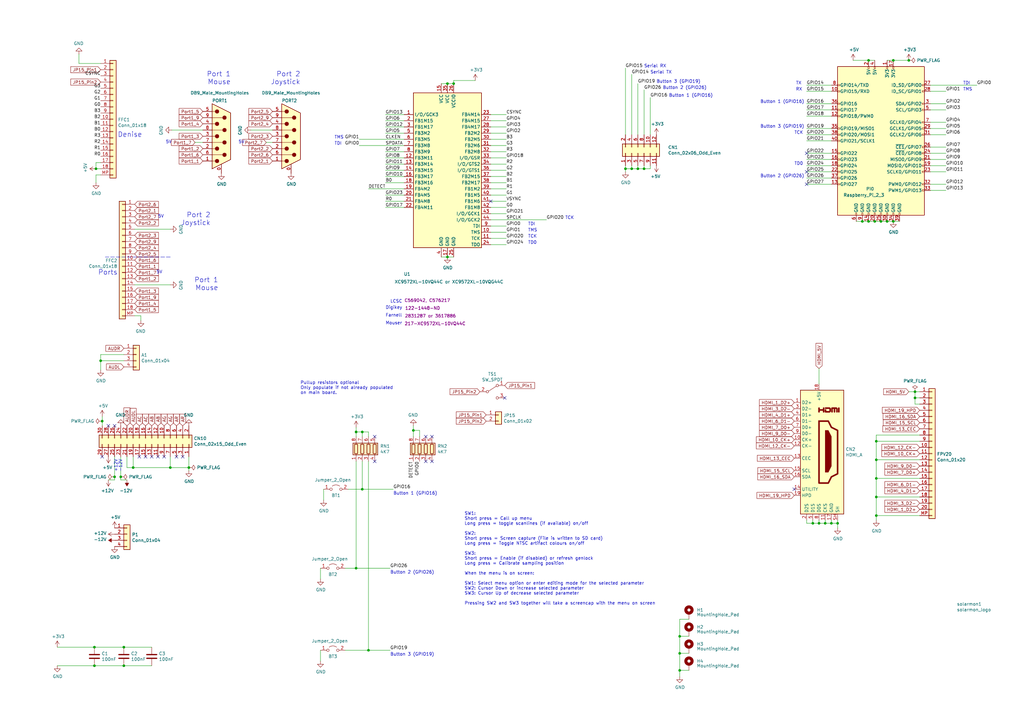
<source format=kicad_sch>
(kicad_sch (version 20211123) (generator eeschema)
  (paper "A3")
  (title_block (title "RGbtoHDMI CDTV v2") (date "2022-03-08") (rev "1"))
  (junction (at 69.85 191.77))
  (junction (at 359.41 203.835))
  (junction (at 146.05 233.045))
  (junction (at 343.535 214.63))
  (junction (at 366.395 24.765))
  (junction (at 340.995 214.63))
  (junction (at 186.055 34.29))
  (junction (at 259.08 69.215))
  (junction (at 366.395 90.805))
  (junction (at 54.61 191.77))
  (junction (at 264.16 69.215))
  (junction (at 261.62 69.215))
  (junction (at 46.99 195.58))
  (junction (at 333.375 214.63))
  (junction (at 356.235 24.765))
  (junction (at 256.54 69.215))
  (junction (at 146.05 177.165))
  (junction (at 375.285 160.655))
  (junction (at 77.47 191.77))
  (junction (at 278.765 274.955))
  (junction (at 41.275 147.955))
  (junction (at 372.745 24.765))
  (junction (at 38.735 265.43))
  (junction (at 375.285 163.195))
  (junction (at 39.37 69.215))
  (junction (at 38.735 273.05))
  (junction (at 50.8 265.43))
  (junction (at 358.775 90.805))
  (junction (at 151.13 266.7))
  (junction (at 183.515 34.29))
  (junction (at 50.8 273.05))
  (junction (at 148.59 177.165))
  (junction (at 278.765 267.97))
  (junction (at 359.41 211.455))
  (junction (at 338.455 214.63))
  (junction (at 359.41 180.975))
  (junction (at 169.545 176.53))
  (junction (at 353.695 90.805))
  (junction (at 183.515 105.41))
  (junction (at 41.91 172.72))
  (junction (at 278.765 260.985))
  (junction (at 363.855 90.805))
  (junction (at 335.915 214.63))
  (junction (at 359.41 196.215))
  (junction (at 361.315 90.805))
  (junction (at 49.53 195.58))
  (junction (at 148.59 200.66))
  (junction (at 356.235 90.805))
  (junction (at 359.41 188.595))
  (no_connect (at 153.67 189.23))
  (no_connect (at 177.165 179.07))
  (no_connect (at 46.99 174.625))
  (no_connect (at 207.01 163.195))
  (no_connect (at 177.165 189.23))
  (no_connect (at 330.835 75.565))
  (no_connect (at 72.39 187.325))
  (no_connect (at 153.67 179.07))
  (no_connect (at 41.91 187.325))
  (no_connect (at 74.93 187.325))
  (no_connect (at 64.77 187.325))
  (no_connect (at 325.755 200.66))
  (no_connect (at 330.835 62.865))
  (no_connect (at 330.835 70.485))
  (no_connect (at 59.69 187.325))
  (no_connect (at 57.15 187.325))
  (no_connect (at 174.625 179.07))
  (no_connect (at 67.31 187.325))
  (no_connect (at 62.23 187.325))
  (no_connect (at 201.295 82.55))
  (no_connect (at 174.625 189.23))
  (no_connect (at 44.45 174.625))
  (wire (pts (xy 387.985 65.405) (xy 381.635 65.405)))
  (wire (pts (xy 375.285 163.195) (xy 375.285 160.655)))
  (wire (pts (xy 207.645 67.31) (xy 201.295 67.31)))
  (wire (pts (xy 377.19 163.195) (xy 375.285 163.195)))
  (wire (pts (xy 343.535 214.63) (xy 343.535 216.535)))
  (wire (pts (xy 333.375 214.63) (xy 335.915 214.63)))
  (wire (pts (xy 358.775 90.805) (xy 361.315 90.805)))
  (wire (pts (xy 351.155 90.805) (xy 353.695 90.805)))
  (wire (pts (xy 330.835 52.705) (xy 340.995 52.705)))
  (wire (pts (xy 141.605 233.045) (xy 146.05 233.045)))
  (wire (pts (xy 387.985 60.325) (xy 381.635 60.325)))
  (wire (pts (xy 330.835 37.465) (xy 340.995 37.465)))
  (wire (pts (xy 366.395 90.805) (xy 368.935 90.805)))
  (wire (pts (xy 278.765 267.97) (xy 278.765 274.955)))
  (wire (pts (xy 207.645 80.01) (xy 201.295 80.01)))
  (wire (pts (xy 330.835 214.63) (xy 333.375 214.63)))
  (wire (pts (xy 55.245 93.98) (xy 69.85 93.98)))
  (wire (pts (xy 330.835 34.925) (xy 340.995 34.925)))
  (wire (pts (xy 41.275 71.755) (xy 39.37 71.755)))
  (wire (pts (xy 387.985 52.705) (xy 381.635 52.705)))
  (wire (pts (xy 207.645 82.55) (xy 201.295 82.55)))
  (wire (pts (xy 381.635 62.865) (xy 387.985 62.865)))
  (wire (pts (xy 366.395 24.765) (xy 363.855 24.765)))
  (wire (pts (xy 49.53 195.58) (xy 49.53 196.85)))
  (wire (pts (xy 207.645 97.79) (xy 201.295 97.79)))
  (wire (pts (xy 70.485 53.34) (xy 83.185 53.34)))
  (wire (pts (xy 148.59 200.66) (xy 161.29 200.66)))
  (wire (pts (xy 264.16 36.83) (xy 264.16 55.245)))
  (wire (pts (xy 41.275 26.035) (xy 32.385 26.035)))
  (wire (pts (xy 359.41 178.435) (xy 359.41 180.975)))
  (wire (pts (xy 207.645 95.25) (xy 201.295 95.25)))
  (wire (pts (xy 50.8 147.955) (xy 41.275 147.955)))
  (wire (pts (xy 259.08 67.945) (xy 259.08 69.215)))
  (wire (pts (xy 141.605 266.7) (xy 151.13 266.7)))
  (wire (pts (xy 207.645 74.93) (xy 201.295 74.93)))
  (wire (pts (xy 375.285 165.735) (xy 375.285 163.195)))
  (wire (pts (xy 372.745 24.765) (xy 366.395 24.765)))
  (wire (pts (xy 39.37 66.675) (xy 39.37 69.215)))
  (wire (pts (xy 266.7 40.005) (xy 266.7 55.245)))
  (wire (pts (xy 39.37 71.755) (xy 39.37 74.93)))
  (wire (pts (xy 359.41 188.595) (xy 359.41 196.215)))
  (wire (pts (xy 41.91 172.72) (xy 41.91 174.625)))
  (wire (pts (xy 381.635 50.165) (xy 387.985 50.165)))
  (wire (pts (xy 151.13 177.165) (xy 148.59 177.165)))
  (wire (pts (xy 169.545 174.625) (xy 169.545 176.53)))
  (wire (pts (xy 146.05 233.045) (xy 160.02 233.045)))
  (wire (pts (xy 387.985 45.085) (xy 381.635 45.085)))
  (wire (pts (xy 259.08 69.215) (xy 261.62 69.215)))
  (wire (pts (xy 381.635 75.565) (xy 387.985 75.565)))
  (wire (pts (xy 330.835 213.36) (xy 330.835 214.63)))
  (wire (pts (xy 282.575 267.97) (xy 278.765 267.97)))
  (wire (pts (xy 52.07 191.77) (xy 54.61 191.77)))
  (wire (pts (xy 335.915 213.36) (xy 335.915 214.63)))
  (wire (pts (xy 207.645 69.85) (xy 201.295 69.85)))
  (wire (pts (xy 381.635 42.545) (xy 387.985 42.545)))
  (wire (pts (xy 359.41 203.835) (xy 359.41 211.455)))
  (wire (pts (xy 340.995 214.63) (xy 343.535 214.63)))
  (wire (pts (xy 50.8 273.05) (xy 38.735 273.05)))
  (wire (pts (xy 278.765 274.955) (xy 278.765 277.495)))
  (wire (pts (xy 186.055 33.02) (xy 186.055 34.29)))
  (wire (pts (xy 338.455 213.36) (xy 338.455 214.63)))
  (wire (pts (xy 330.835 65.405) (xy 340.995 65.405)))
  (wire (pts (xy 50.8 145.415) (xy 41.275 145.415)))
  (wire (pts (xy 158.115 72.39) (xy 165.735 72.39)))
  (wire (pts (xy 335.915 157.48) (xy 335.915 151.13)))
  (wire (pts (xy 343.535 213.36) (xy 343.535 214.63)))
  (wire (pts (xy 278.765 260.985) (xy 278.765 267.97)))
  (wire (pts (xy 261.62 55.245) (xy 261.62 34.29)))
  (wire (pts (xy 131.445 233.045) (xy 131.445 237.49)))
  (wire (pts (xy 381.635 67.945) (xy 387.985 67.945)))
  (wire (pts (xy 158.115 46.99) (xy 165.735 46.99)))
  (wire (pts (xy 158.115 54.61) (xy 165.735 54.61)))
  (wire (pts (xy 377.19 160.655) (xy 375.285 160.655)))
  (wire (pts (xy 381.635 34.925) (xy 400.685 34.925)))
  (wire (pts (xy 207.645 52.07) (xy 201.295 52.07)))
  (wire (pts (xy 377.19 203.835) (xy 359.41 203.835)))
  (wire (pts (xy 282.575 260.985) (xy 278.765 260.985)))
  (wire (pts (xy 46.99 196.85) (xy 44.45 196.85)))
  (wire (pts (xy 109.22 58.42) (xy 111.76 58.42)))
  (wire (pts (xy 256.54 69.215) (xy 256.54 70.485)))
  (wire (pts (xy 207.645 100.33) (xy 201.295 100.33)))
  (wire (pts (xy 359.41 196.215) (xy 359.41 203.835)))
  (wire (pts (xy 363.855 90.805) (xy 366.395 90.805)))
  (wire (pts (xy 381.635 55.245) (xy 387.985 55.245)))
  (wire (pts (xy 377.19 180.975) (xy 359.41 180.975)))
  (wire (pts (xy 207.645 64.77) (xy 201.295 64.77)))
  (wire (pts (xy 169.545 176.53) (xy 169.545 179.07)))
  (wire (pts (xy 377.19 188.595) (xy 359.41 188.595)))
  (wire (pts (xy 207.645 85.09) (xy 201.295 85.09)))
  (wire (pts (xy 77.47 187.325) (xy 77.47 191.77)))
  (wire (pts (xy 207.645 92.71) (xy 201.295 92.71)))
  (wire (pts (xy 256.54 55.245) (xy 256.54 27.94)))
  (wire (pts (xy 55.245 116.84) (xy 69.85 116.84)))
  (wire (pts (xy 158.115 80.01) (xy 165.735 80.01)))
  (wire (pts (xy 330.835 62.865) (xy 340.995 62.865)))
  (wire (pts (xy 259.08 55.245) (xy 259.08 30.48)))
  (wire (pts (xy 151.13 266.7) (xy 160.02 266.7)))
  (wire (pts (xy 41.275 69.215) (xy 39.37 69.215)))
  (wire (pts (xy 54.61 191.77) (xy 69.85 191.77)))
  (wire (pts (xy 361.315 90.805) (xy 363.855 90.805)))
  (wire (pts (xy 278.765 254) (xy 278.765 260.985)))
  (wire (pts (xy 183.515 105.41) (xy 180.975 105.41)))
  (wire (pts (xy 147.32 57.15) (xy 165.735 57.15)))
  (wire (pts (xy 194.945 33.02) (xy 186.055 33.02)))
  (wire (pts (xy 266.7 69.215) (xy 264.16 69.215)))
  (wire (pts (xy 102.87 53.34) (xy 111.76 53.34)))
  (wire (pts (xy 282.575 254) (xy 278.765 254)))
  (wire (pts (xy 264.16 67.945) (xy 264.16 69.215)))
  (wire (pts (xy 207.645 59.69) (xy 201.295 59.69)))
  (wire (pts (xy 183.515 34.29) (xy 180.975 34.29)))
  (wire (pts (xy 282.575 274.955) (xy 278.765 274.955)))
  (wire (pts (xy 387.985 37.465) (xy 381.635 37.465)))
  (wire (pts (xy 146.05 189.23) (xy 146.05 233.045)))
  (wire (pts (xy 340.995 67.945) (xy 330.835 67.945)))
  (wire (pts (xy 207.645 87.63) (xy 201.295 87.63)))
  (wire (pts (xy 41.275 66.675) (xy 39.37 66.675)))
  (wire (pts (xy 52.07 187.325) (xy 52.07 191.77)))
  (wire (pts (xy 41.275 147.955) (xy 41.275 151.765)))
  (wire (pts (xy 77.47 191.77) (xy 77.47 193.04)))
  (wire (pts (xy 158.115 82.55) (xy 165.735 82.55)))
  (wire (pts (xy 330.835 57.785) (xy 340.995 57.785)))
  (wire (pts (xy 207.645 54.61) (xy 201.295 54.61)))
  (wire (pts (xy 330.835 47.625) (xy 340.995 47.625)))
  (wire (pts (xy 148.59 177.165) (xy 146.05 177.165)))
  (wire (pts (xy 186.055 34.29) (xy 183.515 34.29)))
  (wire (pts (xy 151.13 189.23) (xy 151.13 266.7)))
  (wire (pts (xy 340.995 213.36) (xy 340.995 214.63)))
  (wire (pts (xy 55.245 129.54) (xy 57.785 129.54)))
  (wire (pts (xy 69.85 191.77) (xy 77.47 191.77)))
  (wire (pts (xy 261.62 67.945) (xy 261.62 69.215)))
  (wire (pts (xy 172.085 179.07) (xy 172.085 176.53)))
  (wire (pts (xy 183.515 105.41) (xy 186.055 105.41)))
  (wire (pts (xy 158.115 67.31) (xy 165.735 67.31)))
  (wire (pts (xy 158.115 52.07) (xy 165.735 52.07)))
  (wire (pts (xy 375.285 160.655) (xy 372.745 160.655)))
  (wire (pts (xy 349.885 24.765) (xy 356.235 24.765)))
  (wire (pts (xy 330.835 45.085) (xy 340.995 45.085)))
  (wire (pts (xy 41.91 170.815) (xy 41.91 172.72)))
  (wire (pts (xy 256.54 67.945) (xy 256.54 69.215)))
  (wire (pts (xy 201.295 90.17) (xy 224.155 90.17)))
  (wire (pts (xy 330.835 73.025) (xy 340.995 73.025)))
  (wire (pts (xy 158.115 74.93) (xy 165.735 74.93)))
  (wire (pts (xy 377.19 165.735) (xy 375.285 165.735)))
  (wire (pts (xy 353.695 90.805) (xy 356.235 90.805)))
  (wire (pts (xy 148.59 189.23) (xy 148.59 200.66)))
  (wire (pts (xy 23.495 265.43) (xy 38.735 265.43)))
  (wire (pts (xy 151.13 77.47) (xy 165.735 77.47)))
  (wire (pts (xy 49.53 187.325) (xy 49.53 195.58)))
  (wire (pts (xy 158.115 69.85) (xy 165.735 69.85)))
  (wire (pts (xy 207.645 62.23) (xy 201.295 62.23)))
  (wire (pts (xy 151.13 179.07) (xy 151.13 177.165)))
  (wire (pts (xy 207.645 49.53) (xy 201.295 49.53)))
  (wire (pts (xy 158.115 62.23) (xy 165.735 62.23)))
  (wire (pts (xy 377.19 211.455) (xy 359.41 211.455)))
  (wire (pts (xy 46.99 195.58) (xy 46.99 196.85)))
  (wire (pts (xy 377.19 178.435) (xy 359.41 178.435)))
  (wire (pts (xy 147.32 59.69) (xy 165.735 59.69)))
  (wire (pts (xy 49.53 196.85) (xy 52.07 196.85)))
  (wire (pts (xy 69.85 187.325) (xy 69.85 191.77)))
  (wire (pts (xy 358.775 24.765) (xy 356.235 24.765)))
  (wire (pts (xy 158.115 49.53) (xy 165.735 49.53)))
  (wire (pts (xy 41.275 145.415) (xy 41.275 147.955)))
  (wire (pts (xy 131.445 266.7) (xy 131.445 271.145)))
  (wire (pts (xy 264.16 69.215) (xy 261.62 69.215)))
  (wire (pts (xy 356.235 90.805) (xy 358.775 90.805)))
  (wire (pts (xy 340.995 55.245) (xy 330.835 55.245)))
  (wire (pts (xy 54.61 187.325) (xy 54.61 191.77)))
  (wire (pts (xy 207.645 77.47) (xy 201.295 77.47)))
  (wire (pts (xy 207.645 57.15) (xy 201.295 57.15)))
  (wire (pts (xy 158.115 85.09) (xy 165.735 85.09)))
  (wire (pts (xy 333.375 213.36) (xy 333.375 214.63)))
  (wire (pts (xy 387.985 70.485) (xy 381.635 70.485)))
  (wire (pts (xy 46.99 187.325) (xy 46.99 195.58)))
  (wire (pts (xy 330.835 42.545) (xy 340.995 42.545)))
  (polyline (pts (xy 69.85 105.41) (xy 43.18 105.41)))
  (wire (pts (xy 57.785 129.54) (xy 57.785 131.445)))
  (wire (pts (xy 359.41 180.975) (xy 359.41 188.595)))
  (wire (pts (xy 132.715 200.66) (xy 132.715 205.105)))
  (wire (pts (xy 266.7 67.945) (xy 266.7 69.215)))
  (wire (pts (xy 23.495 273.05) (xy 38.735 273.05)))
  (wire (pts (xy 207.645 46.99) (xy 201.295 46.99)))
  (wire (pts (xy 146.05 177.165) (xy 146.05 179.07)))
  (wire (pts (xy 50.8 265.43) (xy 62.23 265.43)))
  (wire (pts (xy 146.05 175.26) (xy 146.05 177.165)))
  (wire (pts (xy 359.41 211.455) (xy 359.41 213.36)))
  (wire (pts (xy 335.915 214.63) (xy 338.455 214.63)))
  (wire (pts (xy 38.735 265.43) (xy 50.8 265.43)))
  (wire (pts (xy 32.385 26.035) (xy 32.385 22.225)))
  (wire (pts (xy 330.835 70.485) (xy 340.995 70.485)))
  (wire (pts (xy 256.54 69.215) (xy 259.08 69.215)))
  (wire (pts (xy 148.59 179.07) (xy 148.59 177.165)))
  (wire (pts (xy 142.875 200.66) (xy 148.59 200.66)))
  (wire (pts (xy 338.455 214.63) (xy 340.995 214.63)))
  (wire (pts (xy 158.115 64.77) (xy 165.735 64.77)))
  (wire (pts (xy 377.19 196.215) (xy 359.41 196.215)))
  (wire (pts (xy 80.01 58.42) (xy 83.185 58.42)))
  (wire (pts (xy 172.085 176.53) (xy 169.545 176.53)))
  (wire (pts (xy 387.985 78.105) (xy 381.635 78.105)))
  (wire (pts (xy 330.835 75.565) (xy 340.995 75.565)))
  (wire (pts (xy 62.23 273.05) (xy 50.8 273.05)))
  (wire (pts (xy 207.645 72.39) (xy 201.295 72.39)))
  (text "Button 3 (GPIO19)" (at 269.24 34.29 0) (effects (font (size 1.27 1.27)) (justify left bottom)))
  (text "Port 1\nMouse" (at 94.615 34.925 180) (effects (font (size 2.0066 2.0066)) (justify right bottom)))
  (text "Ports" (at 48.26 113.03 180) (effects (font (size 2.0066 2.0066)) (justify right bottom)))
  (text "TMS" (at 394.97 37.465 0) (effects (font (size 1.27 1.27)) (justify left bottom)))
  (text "5V" (at 64.135 112.395 0) (effects (font (size 1.27 1.27)) (justify left bottom)))
  (text "Serial TX" (at 266.7 30.48 0) (effects (font (size 1.27 1.27)) (justify left bottom)))
  (text "Button 3 (GPIO19)" (at 160.02 269.24 0) (effects (font (size 1.27 1.27)) (justify left bottom)))
  (text "SW1:\nShort press = Call up menu\nLong press = toggle scanlines (if available) on/off\n\nSW2:\nShort press = Screen capture (File is written to SD card)\nLong press = Toggle NTSC artifact colours on/off\n\nSW3:\nShort press = Enable (if disabled) or refresh genlock\nLong press = Calibrate sampling position\n\nWhen the menu is on screen:\n\nSW1: Select menu option or enter editing mode for the selected parameter\nSW2: Cursor Down or increase selected parameter\nSW3: Cursor Up of decrease selected parameter\n\nPressing SW2 and SW3 together will take a screencap with the menu on screen" (at 190.5 248.285 0) (effects (font (size 1.27 1.27)) (justify left bottom)))
  (text "+12V" (at 48.26 193.675 90) (effects (font (size 1.27 1.27)) (justify left bottom)))
  (text "Button 1 (GPIO16)" (at 311.785 42.545 0) (effects (font (size 1.27 1.27)) (justify left bottom)))
  (text "Denise" (at 48.26 56.515 0) (effects (font (size 2.0066 2.0066)) (justify left bottom)))
  (text "TDI" (at 216.535 92.71 0) (effects (font (size 1.27 1.27)) (justify left bottom)))
  (text "RX" (at 326.39 37.465 0) (effects (font (size 1.27 1.27)) (justify left bottom)))
  (text "TCK" (at 231.775 90.17 0) (effects (font (size 1.27 1.27)) (justify left bottom)))
  (text "Button 2 (GPIO26)" (at 271.78 36.83 0) (effects (font (size 1.27 1.27)) (justify left bottom)))
  (text "Button 2 (GPIO26)" (at 311.785 73.025 0) (effects (font (size 1.27 1.27)) (justify left bottom)))
  (text "TD0" (at 216.535 100.33 0) (effects (font (size 1.27 1.27)) (justify left bottom)))
  (text "5V" (at 97.79 59.055 0) (effects (font (size 1.27 1.27)) (justify left bottom)))
  (text "Pullup resistors optional\nOnly populate if not already populated\non main board." (at 123.19 161.925 0) (effects (font (size 1.27 1.27)) (justify left bottom)))
  (text "TCK" (at 216.535 97.79 0) (effects (font (size 1.27 1.27)) (justify left bottom)))
  (text "5V" (at 64.77 89.535 0) (effects (font (size 1.27 1.27)) (justify left bottom)))
  (text "Button 1 (GPIO16)" (at 274.32 40.005 0) (effects (font (size 1.27 1.27)) (justify left bottom)))
  (text "TDI" (at 394.97 34.925 0) (effects (font (size 1.27 1.27)) (justify left bottom)))
  (text "5V" (at 67.945 59.055 0) (effects (font (size 1.27 1.27)) (justify left bottom)))
  (text "Button 1 (GPIO16)" (at 161.29 203.2 0) (effects (font (size 1.27 1.27)) (justify left bottom)))
  (text "Farnell" (at 158.115 130.175 0) (effects (font (size 1.27 1.27)) (justify left bottom)))
  (text "Port 2\nJoystick" (at 123.19 34.925 180) (effects (font (size 2.0066 2.0066)) (justify right bottom)))
  (text "Digikey" (at 158.115 127 0) (effects (font (size 1.27 1.27)) (justify left bottom)))
  (text "TMS" (at 216.535 95.25 0) (effects (font (size 1.27 1.27)) (justify left bottom)))
  (text "Port 1\nMouse" (at 89.535 119.38 180) (effects (font (size 2.0066 2.0066)) (justify right bottom)))
  (text "Mouser" (at 158.115 133.35 0) (effects (font (size 1.27 1.27)) (justify left bottom)))
  (text "TCK" (at 325.755 55.245 0) (effects (font (size 1.27 1.27)) (justify left bottom)))
  (text "TMS" (at 137.16 57.15 0) (effects (font (size 1.27 1.27)) (justify left bottom)))
  (text "TD0" (at 325.755 67.945 0) (effects (font (size 1.27 1.27)) (justify left bottom)))
  (text "TDI" (at 137.16 59.69 0) (effects (font (size 1.27 1.27)) (justify left bottom)))
  (text "Serial RX" (at 264.16 27.94 0) (effects (font (size 1.27 1.27)) (justify left bottom)))
  (text "-12V" (at 50.165 193.675 90) (effects (font (size 1.27 1.27)) (justify left bottom)))
  (text "Port 2\nJoystick" (at 86.36 92.71 180) (effects (font (size 2.0066 2.0066)) (justify right bottom)))
  (text "Button 3 (GPIO19)" (at 311.785 52.705 0) (effects (font (size 1.27 1.27)) (justify left bottom)))
  (text "Button 2 (GPIO26)" (at 160.02 235.585 0) (effects (font (size 1.27 1.27)) (justify left bottom)))
  (text "TX" (at 326.39 34.925 0) (effects (font (size 1.27 1.27)) (justify left bottom)))
  (text "LCSC" (at 160.02 124.46 0) (effects (font (size 1.27 1.27)) (justify left bottom)))
  (label "CSYNC" (at 207.645 46.99 0))
  (label "GPIO20" (at 224.155 90.17 0))
  (label "CLKEN" (at 158.115 57.15 0))
  (label "R1" (at 207.645 77.47 0))
  (label "GPIO1" (at 147.32 57.15 180))
  (label "GPIO17" (at 158.115 85.09 0))
  (label "GPIO18" (at 330.835 47.625 0))
  (label "R3" (at 41.275 56.515 180))
  (label "GPIO7" (at 387.985 60.325 0))
  (label "GPIO8" (at 158.115 64.77 0))
  (label "GPIO26" (at 330.835 73.025 0))
  (label "R0" (at 41.275 64.135 180))
  (label "GPIO2" (at 207.645 54.61 0))
  (label "GPIO0" (at 172.085 189.23 270))
  (label "GPIO6" (at 158.115 49.53 0))
  (label "G3" (at 41.275 36.195 180))
  (label "GPIO19" (at 330.835 52.705 0))
  (label "GPIO0" (at 207.645 92.71 0))
  (label "GPIO26" (at 160.02 233.045 0))
  (label "SPDATA" (at 158.115 59.69 0))
  (label "B1" (at 41.275 51.435 180))
  (label "GPIO20" (at 207.645 97.79 0))
  (label "GPIO2" (at 387.985 42.545 0))
  (label "GPIO13" (at 387.985 78.105 0))
  (label "GPIO19" (at 160.02 266.7 0))
  (label "GPIO16" (at 330.835 42.545 0))
  (label "GPIO9" (at 387.985 65.405 0))
  (label "B0" (at 158.115 74.93 0))
  (label "R3" (at 207.645 62.23 0))
  (label "GPIO4" (at 207.645 49.53 0))
  (label "GPIO11" (at 387.985 70.485 0))
  (label "SPCLK" (at 207.645 90.17 0))
  (label "GPIO24" (at 330.835 67.945 0))
  (label "GPIO5" (at 387.985 52.705 0))
  (label "GPIO20" (at 330.835 55.245 0))
  (label "B0" (at 41.275 53.975 180))
  (label "GPIO27" (at 330.835 75.565 0))
  (label "DETECT" (at 151.13 77.47 0))
  (label "R1" (at 41.275 61.595 180))
  (label "B2" (at 41.275 48.895 180))
  (label "G2" (at 207.645 69.85 0))
  (label "GPIO21" (at 330.835 57.785 0))
  (label "B3" (at 41.275 46.355 180))
  (label "R2" (at 41.275 59.055 180))
  (label "DETECT" (at 169.545 189.23 270))
  (label "GPIO1" (at 207.645 95.25 0))
  (label "GPIO18" (at 207.645 64.77 0))
  (label "GPIO10" (at 158.115 72.39 0))
  (label "GPIO15" (at 330.835 37.465 0))
  (label "GPIO15" (at 256.54 27.94 0))
  (label "GPIO25" (at 330.835 70.485 0))
  (label "GPIO19" (at 261.62 34.29 0))
  (label "GPIO3" (at 387.985 45.085 0))
  (label "R2" (at 207.645 67.31 0))
  (label "GPIO1" (at 387.985 37.465 0))
  (label "G3" (at 207.645 59.69 0))
  (label "GPIO11" (at 158.115 67.31 0))
  (label "GPIO26" (at 264.16 36.83 0))
  (label "GPIO6" (at 387.985 55.245 0))
  (label "GPIO13" (at 158.115 46.99 0))
  (label "GPIO22" (at 330.835 62.865 0))
  (label "B1" (at 207.645 74.93 0))
  (label "GPIO10" (at 387.985 67.945 0))
  (label "GPIO7" (at 158.115 62.23 0))
  (label "VSYNC" (at 207.645 82.55 0))
  (label "GPIO21" (at 207.645 87.63 0))
  (label "GPIO0" (at 147.32 59.69 180))
  (label "GPIO9" (at 158.115 69.85 0))
  (label "GPIO24" (at 207.645 100.33 0))
  (label "R0" (at 158.115 82.55 0))
  (label "G0" (at 41.275 43.815 180))
  (label "GPIO16" (at 161.29 200.66 0))
  (label "GPIO12" (at 387.985 75.565 0))
  (label "G0" (at 207.645 85.09 0))
  (label "GPIO8" (at 387.985 62.865 0))
  (label "GPIO17" (at 330.835 45.085 0))
  (label "B2" (at 207.645 72.39 0))
  (label "GPIO16" (at 266.7 40.005 0))
  (label "G1" (at 207.645 80.01 0))
  (label "GPIO14" (at 330.835 34.925 0))
  (label "GPIO3" (at 207.645 52.07 0))
  (label "G1" (at 41.275 41.275 180))
  (label "G2" (at 41.275 38.735 180))
  (label "GPIO4" (at 387.985 50.165 0))
  (label "B3" (at 207.645 57.15 0))
  (label "CSYNC" (at 41.275 31.115 180))
  (label "GPIO0" (at 400.685 34.925 0))
  (label "GPIO23" (at 330.835 65.405 0))
  (label "GPIO23" (at 158.115 80.01 0))
  (label "GPIO5" (at 158.115 54.61 0))
  (label "GPIO14" (at 259.08 30.48 0))
  (label "GPIO12" (at 158.115 52.07 0))
  (global_label "HDMI_15_SCL" (shape input) (at 377.19 173.355 180) (property "Intersheet References" "${INTERSHEET_REFS}" (effects hide)))
  (global_label "Port2_9" (shape input) (at 55.245 99.06 0) (property "Intersheet References" "${INTERSHEET_REFS}" (effects hide)))
  (global_label "JP15_Pin1" (shape input) (at 41.275 28.575 180) (property "Intersheet References" "${INTERSHEET_REFS}" (effects hide)))
  (global_label "Port2_5" (shape input) (at 111.76 45.72 180) (property "Intersheet References" "${INTERSHEET_REFS}" (effects hide)))
  (global_label "Port2_6" (shape input) (at 55.245 83.82 0) (property "Intersheet References" "${INTERSHEET_REFS}" (effects hide)))
  (global_label "AR" (shape input) (at 72.39 174.625 90) (property "Intersheet References" "${INTERSHEET_REFS}" (effects hide)))
  (global_label "HDMI_15_SCL" (shape input) (at 325.755 193.04 180) (property "Intersheet References" "${INTERSHEET_REFS}" (effects hide)))
  (global_label "AB" (shape input) (at 62.23 174.625 90) (property "Intersheet References" "${INTERSHEET_REFS}" (effects hide)))
  (global_label "AC" (shape input) (at 59.69 174.625 90) (property "Intersheet References" "${INTERSHEET_REFS}" (effects hide)))
  (global_label "Port1_9" (shape input) (at 83.185 48.26 180) (property "Intersheet References" "${INTERSHEET_REFS}" (effects hide)))
  (global_label "Port1_2" (shape input) (at 55.245 114.3 0) (property "Intersheet References" "${INTERSHEET_REFS}" (effects hide)))
  (global_label "Port1_7" (shape input) (at 55.245 111.76 0) (property "Intersheet References" "${INTERSHEET_REFS}" (effects hide)))
  (global_label "AUDR" (shape input) (at 52.07 174.625 90) (property "Intersheet References" "${INTERSHEET_REFS}" (effects hide)))
  (global_label "Port2_1" (shape input) (at 111.76 66.04 180) (property "Intersheet References" "${INTERSHEET_REFS}" (effects hide)))
  (global_label "Port1_4" (shape input) (at 83.185 50.8 180) (property "Intersheet References" "${INTERSHEET_REFS}" (effects hide)))
  (global_label "HDMI_13_CEC" (shape input) (at 325.755 187.96 180) (property "Intersheet References" "${INTERSHEET_REFS}" (effects hide)))
  (global_label "HDMI_1_D2+" (shape input) (at 325.755 165.1 180) (property "Intersheet References" "${INTERSHEET_REFS}" (effects hide)))
  (global_label "HDMI_4_D1+" (shape input) (at 377.19 201.295 180) (property "Intersheet References" "${INTERSHEET_REFS}" (effects hide)))
  (global_label "Port1_9" (shape input) (at 55.245 121.92 0) (property "Intersheet References" "${INTERSHEET_REFS}" (effects hide)))
  (global_label "AG" (shape input) (at 67.31 174.625 90) (property "Intersheet References" "${INTERSHEET_REFS}" (effects hide)))
  (global_label "AUDR" (shape input) (at 50.8 142.875 180) (property "Intersheet References" "${INTERSHEET_REFS}" (effects hide)))
  (global_label "JP15_Pin2" (shape input) (at 196.85 160.655 180) (property "Intersheet References" "${INTERSHEET_REFS}" (effects hide)))
  (global_label "Port1_3" (shape input) (at 83.185 55.88 180) (property "Intersheet References" "${INTERSHEET_REFS}" (effects hide)))
  (global_label "Port1_4" (shape input) (at 55.245 124.46 0) (property "Intersheet References" "${INTERSHEET_REFS}" (effects hide)))
  (global_label "JP15_Pin1" (shape input) (at 199.39 170.18 180) (property "Intersheet References" "${INTERSHEET_REFS}" (effects hide)))
  (global_label "HDMI_4_D1+" (shape input) (at 325.755 170.18 180) (property "Intersheet References" "${INTERSHEET_REFS}" (effects hide)))
  (global_label "HDMI_10_CK+" (shape input) (at 377.19 186.055 180) (property "Intersheet References" "${INTERSHEET_REFS}" (effects hide)))
  (global_label "JP15_Pin1" (shape input) (at 207.01 158.115 0) (property "Intersheet References" "${INTERSHEET_REFS}" (effects hide)))
  (global_label "JP15_Pin2" (shape input) (at 199.39 172.72 180) (property "Intersheet References" "${INTERSHEET_REFS}" (effects hide)))
  (global_label "JP15_Pin2" (shape input) (at 41.275 33.655 180) (property "Intersheet References" "${INTERSHEET_REFS}" (effects hide)))
  (global_label "Port2_3" (shape input) (at 111.76 55.88 180) (property "Intersheet References" "${INTERSHEET_REFS}" (effects hide)))
  (global_label "HDMI_19_HPD" (shape input) (at 325.755 203.2 180) (property "Intersheet References" "${INTERSHEET_REFS}" (effects hide)))
  (global_label "Port1_7" (shape input) (at 80.01 58.42 180) (property "Intersheet References" "${INTERSHEET_REFS}" (effects hide)))
  (global_label "Port2_7" (shape input) (at 109.22 58.42 180) (property "Intersheet References" "${INTERSHEET_REFS}" (effects hide)))
  (global_label "Port2_4" (shape input) (at 55.245 101.6 0) (property "Intersheet References" "${INTERSHEET_REFS}" (effects hide)))
  (global_label "HDMI_12_CK-" (shape input) (at 325.755 182.88 180) (property "Intersheet References" "${INTERSHEET_REFS}" (effects hide)))
  (global_label "Port1_1" (shape input) (at 55.245 109.22 0) (property "Intersheet References" "${INTERSHEET_REFS}" (effects hide)))
  (global_label "Port2_7" (shape input) (at 55.245 88.9 0) (property "Intersheet References" "${INTERSHEET_REFS}" (effects hide)))
  (global_label "HDMI_7_D0+" (shape input) (at 377.19 193.675 180) (property "Intersheet References" "${INTERSHEET_REFS}" (effects hide)))
  (global_label "AG" (shape input) (at 69.85 174.625 90) (property "Intersheet References" "${INTERSHEET_REFS}" (effects hide)))
  (global_label "HDMI_9_D0-" (shape input) (at 325.755 177.8 180) (property "Intersheet References" "${INTERSHEET_REFS}" (effects hide)))
  (global_label "HDMI_3_D2-" (shape input) (at 377.19 206.375 180) (property "Intersheet References" "${INTERSHEET_REFS}" (effects hide)))
  (global_label "HDMI_7_D0+" (shape input) (at 325.755 175.26 180) (property "Intersheet References" "${INTERSHEET_REFS}" (effects hide)))
  (global_label "AR" (shape input) (at 74.93 174.625 90) (property "Intersheet References" "${INTERSHEET_REFS}" (effects hide)))
  (global_label "HDMI_5V" (shape input) (at 372.745 160.655 180) (property "Intersheet References" "${INTERSHEET_REFS}" (effects hide)))
  (global_label "Port1_3" (shape input) (at 55.245 119.38 0) (property "Intersheet References" "${INTERSHEET_REFS}" (effects hide)))
  (global_label "AUDL" (shape input) (at 50.8 150.495 180) (property "Intersheet References" "${INTERSHEET_REFS}" (effects hide)))
  (global_label "Port1_5" (shape input) (at 83.185 45.72 180) (property "Intersheet References" "${INTERSHEET_REFS}" (effects hide)))
  (global_label "HDMI_1_D2+" (shape input) (at 377.19 208.915 180) (property "Intersheet References" "${INTERSHEET_REFS}" (effects hide)))
  (global_label "HDMI_10_CK+" (shape input) (at 325.755 180.34 180) (property "Intersheet References" "${INTERSHEET_REFS}" (effects hide)))
  (global_label "Port1_6" (shape input) (at 83.185 63.5 180) (property "Intersheet References" "${INTERSHEET_REFS}" (effects hide)))
  (global_label "Port2_2" (shape input) (at 55.245 91.44 0) (property "Intersheet References" "${INTERSHEET_REFS}" (effects hide)))
  (global_label "HDMI_9_D0-" (shape input) (at 377.19 191.135 180) (property "Intersheet References" "${INTERSHEET_REFS}" (effects hide)))
  (global_label "Port2_3" (shape input) (at 55.245 96.52 0) (property "Intersheet References" "${INTERSHEET_REFS}" (effects hide)))
  (global_label "Port2_4" (shape input) (at 111.76 50.8 180) (property "Intersheet References" "${INTERSHEET_REFS}" (effects hide)))
  (global_label "Port2_9" (shape input) (at 111.76 48.26 180) (property "Intersheet References" "${INTERSHEET_REFS}" (effects hide)))
  (global_label "HDMI_19_HPD" (shape input) (at 377.19 168.275 180) (property "Intersheet References" "${INTERSHEET_REFS}" (effects hide)))
  (global_label "Port1_6" (shape input) (at 55.245 106.68 0) (property "Intersheet References" "${INTERSHEET_REFS}" (effects hide)))
  (global_label "Port2_2" (shape input) (at 111.76 60.96 180) (property "Intersheet References" "${INTERSHEET_REFS}" (effects hide)))
  (global_label "HDMI_3_D2-" (shape input) (at 325.755 167.64 180) (property "Intersheet References" "${INTERSHEET_REFS}" (effects hide)))
  (global_label "HDMI_16_SDA" (shape input) (at 377.19 170.815 180) (property "Intersheet References" "${INTERSHEET_REFS}" (effects hide)))
  (global_label "HDMI_12_CK-" (shape input) (at 377.19 183.515 180) (property "Intersheet References" "${INTERSHEET_REFS}" (effects hide)))
  (global_label "AC" (shape input) (at 57.15 174.625 90) (property "Intersheet References" "${INTERSHEET_REFS}" (effects hide)))
  (global_label "HDMI_16_SDA" (shape input) (at 325.755 195.58 180) (property "Intersheet References" "${INTERSHEET_REFS}" (effects hide)))
  (global_label "AB" (shape input) (at 64.77 174.625 90) (property "Intersheet References" "${INTERSHEET_REFS}" (effects hide)))
  (global_label "Port1_5" (shape input) (at 55.245 127 0) (property "Intersheet References" "${INTERSHEET_REFS}" (effects hide)))
  (global_label "Port2_5" (shape input) (at 55.245 104.14 0) (property "Intersheet References" "${INTERSHEET_REFS}" (effects hide)))
  (global_label "AUDL" (shape input) (at 54.61 174.625 90) (property "Intersheet References" "${INTERSHEET_REFS}" (effects hide)))
  (global_label "Port2_1" (shape input) (at 55.245 86.36 0) (property "Intersheet References" "${INTERSHEET_REFS}" (effects hide)))
  (global_label "Port2_6" (shape input) (at 111.76 63.5 180) (property "Intersheet References" "${INTERSHEET_REFS}" (effects hide)))
  (global_label "HDMI_5V" (shape input) (at 335.915 151.13 90) (property "Intersheet References" "${INTERSHEET_REFS}" (effects hide)))
  (global_label "HDMI_6_D1-" (shape input) (at 377.19 198.755 180) (property "Intersheet References" "${INTERSHEET_REFS}" (effects hide)))
  (global_label "HDMI_6_D1-" (shape input) (at 325.755 172.72 180) (property "Intersheet References" "${INTERSHEET_REFS}" (effects hide)))
  (global_label "Port1_2" (shape input) (at 83.185 60.96 180) (property "Intersheet References" "${INTERSHEET_REFS}" (effects hide)))
  (global_label "HDMI_13_CEC" (shape input) (at 377.19 175.895 180) (property "Intersheet References" "${INTERSHEET_REFS}" (effects hide)))
  (global_label "Port1_1" (shape input) (at 83.185 66.04 180) (property "Intersheet References" "${INTERSHEET_REFS}" (effects hide)))
  (symbol (lib_id "XC9572VQ44:XC9572VQ44") (at 183.515 69.85 0) (unit 1)
    (property "Reference" "U1" (at 167.005 112.395 0))
    (property "Value" "XC9572XL-10VQ44C or XC9572XL-10VQG44C" (at 184.15 115.57 0))
    (property "Footprint" "Package_QFP:TQFP-44_10x10mm_P0.8mm" (effects hide))
    (property "LCSC" "C569042, C576217" (at 175.26 123.19 0))
    (property "Digikey" "122-1448-ND" (at 173.355 126.365 0))
    (property "Farnell" "2831287 or 3617886" (at 176.53 129.54 0))
    (property "Mouser" "217-XC9572XL-10VQ44C" (at 178.435 132.715 0))
  )
  (symbol (lib_id "RGBtoHDMI-CDTV-v2-rescue:+3.3V-power") (at 194.945 33.02 0) (unit 1)
    (property "Reference" "#PWR013" (effects hide))
    (property "Value" "+3.3V" (at 195.326 28.6258 0))
  )
  (symbol (lib_id "power:GND") (at 183.515 105.41 0) (unit 1)
    (property "Reference" "#PWR010" (effects hide))
    (property "Value" "GND" (at 183.642 109.8042 0))
  )
  (symbol (lib_id "power:GND") (at 169.545 174.625 180) (unit 1)
    (property "Reference" "#PWR015" (effects hide))
    (property "Value" "GND" (at 169.418 170.2308 0))
  )
  (symbol (lib_id "Connector:Raspberry_Pi_2_3") (at 361.315 57.785 0) (unit 1)
    (property "Reference" "Pi0" (at 356.87 77.47 0))
    (property "Value" "Raspberry_Pi_2_3" (at 354.33 80.01 0))
    (property "Footprint" "Connector_PinSocket_2.54mm:PinSocket_2x20_P2.54mm_Vertical" (effects hide))
    (property "Datasheet" "https://www.raspberrypi.org/documentation/hardware/raspberrypi/schematics/rpi_SCH_3bplus_1p0_reduced.pdf" (effects hide))
  )
  (symbol (lib_id "power:GND") (at 366.395 90.805 0) (unit 1)
    (property "Reference" "#PWR06" (effects hide))
    (property "Value" "GND" (at 366.522 95.1992 0))
  )
  (symbol (lib_id "RGBtoHDMI-CDTV-v2-rescue:+3.3V-power") (at 372.745 24.765 0) (unit 1)
    (property "Reference" "#PWR08" (effects hide))
    (property "Value" "+3.3V" (at 373.126 20.3708 0))
  )
  (symbol (lib_id "RGBtoHDMI-CDTV-v2-rescue:+3.3V-power") (at 23.495 265.43 0) (unit 1)
    (property "Reference" "#PWR011" (effects hide))
    (property "Value" "+3.3V" (at 23.876 261.0358 0))
  )
  (symbol (lib_id "Device:C") (at 38.735 269.24 0) (unit 1)
    (property "Reference" "C1" (at 41.656 268.0716 0) (effects (justify left)))
    (property "Value" "100nF" (at 41.656 270.383 0) (effects (justify left)))
    (property "Footprint" "Capacitor_SMD:C_0805_2012Metric_Pad1.18x1.45mm_HandSolder" (effects hide))
  )
  (symbol (lib_id "Device:C") (at 50.8 269.24 0) (unit 1)
    (property "Reference" "C2" (at 53.721 268.0716 0) (effects (justify left)))
    (property "Value" "100nF" (at 53.721 270.383 0) (effects (justify left)))
    (property "Footprint" "Capacitor_SMD:C_0805_2012Metric_Pad1.18x1.45mm_HandSolder" (effects hide))
  )
  (symbol (lib_id "Device:C") (at 62.23 269.24 0) (unit 1)
    (property "Reference" "C3" (at 65.151 268.0716 0) (effects (justify left)))
    (property "Value" "100nF" (at 65.151 270.383 0) (effects (justify left)))
    (property "Footprint" "Capacitor_SMD:C_0805_2012Metric_Pad1.18x1.45mm_HandSolder" (effects hide))
  )
  (symbol (lib_id "power:GND") (at 23.495 273.05 0) (unit 1)
    (property "Reference" "#PWR012" (effects hide))
    (property "Value" "GND" (at 23.622 277.4442 0))
  )
  (symbol (lib_id "RGBtoHDMI-CDTV-v2-rescue:FFC_18-solarmon_Library") (at 46.355 48.895 0) (unit 1)
    (property "Reference" "FFC1" (at 48.387 49.0982 0) (effects (justify left)))
    (property "Value" "Conn_01x18" (at 48.387 51.4096 0) (effects (justify left)))
    (property "Footprint" "solarmon_library:FPC-SMD_X10B25U18T" (effects hide))
  )
  (symbol (lib_id "power:+5V") (at 349.885 24.765 0) (unit 1)
    (property "Reference" "#PWR0103" (effects hide))
    (property "Value" "+5V" (at 350.266 20.3708 0))
  )
  (symbol (lib_id "Jumper:Jumper_2_Open") (at 136.525 233.045 0) (unit 1)
    (property "Reference" "BT2" (at 136.525 235.585 0))
    (property "Value" "Jumper_2_Open" (at 135.255 229.235 0))
    (property "Footprint" "Connector_PinHeader_2.54mm:PinHeader_1x02_P2.54mm_Vertical" (effects hide))
  )
  (symbol (lib_id "power:GND") (at 131.445 237.49 0) (unit 1)
    (property "Reference" "#PWR0111" (effects hide))
    (property "Value" "GND" (at 131.572 241.8842 0))
  )
  (symbol (lib_id "Jumper:Jumper_2_Open") (at 137.795 200.66 0) (unit 1)
    (property "Reference" "BT1" (at 137.795 203.2 0))
    (property "Value" "Jumper_2_Open" (at 136.525 196.85 0))
    (property "Footprint" "Connector_PinHeader_2.54mm:PinHeader_1x02_P2.54mm_Vertical" (effects hide))
  )
  (symbol (lib_id "Jumper:Jumper_2_Open") (at 136.525 266.7 0) (unit 1)
    (property "Reference" "BT3" (at 136.525 269.24 0))
    (property "Value" "Jumper_2_Open" (at 135.255 262.89 0))
    (property "Footprint" "Connector_PinHeader_2.54mm:PinHeader_1x02_P2.54mm_Vertical" (effects hide))
  )
  (symbol (lib_id "power:GND") (at 131.445 271.145 0) (unit 1)
    (property "Reference" "#PWR0113" (effects hide))
    (property "Value" "GND" (at 131.572 275.5392 0))
  )
  (symbol (lib_id "power:GND") (at 32.385 22.225 180) (unit 1)
    (property "Reference" "#PWR0116" (effects hide))
    (property "Value" "GND" (at 32.258 17.8308 0))
  )
  (symbol (lib_id "power:GND") (at 132.715 205.105 0) (unit 1)
    (property "Reference" "#PWR07" (effects hide))
    (property "Value" "GND" (at 132.842 209.4992 0))
  )
  (symbol (lib_id "power:+5V") (at 39.37 69.215 90) (unit 1)
    (property "Reference" "#PWR0115" (effects hide))
    (property "Value" "+5V" (at 34.9758 68.834 0))
  )
  (symbol (lib_id "power:PWR_FLAG") (at 372.745 24.765 270) (unit 1)
    (property "Reference" "#FLG0103" (effects hide))
    (property "Value" "PWR_FLAG" (at 375.9962 24.765 90) (effects (justify left)))
  )
  (symbol (lib_id "RGBtoHDMI-CDTV-v2-rescue:solarmon_logo-solarmon_Library") (at 391.795 248.92 0) (unit 1)
    (property "Reference" "solarmon1" (at 392.43 247.7516 0) (effects (justify left)))
    (property "Value" "solarmon_logo" (at 392.43 250.063 0) (effects (justify left)))
    (property "Footprint" "solarmon_library:solarmon-logo-25mils" (effects hide))
  )
  (symbol (lib_id "Connector_Generic:Conn_02x15_Odd_Even") (at 59.69 182.245 270) (mirror x) (unit 1)
    (property "Reference" "CN10" (at 79.502 179.8066 90) (effects (justify left)))
    (property "Value" "Conn_02x15_Odd_Even" (at 79.502 182.118 90) (effects (justify left)))
    (property "Footprint" "solarmon_library:CDTV_Video_Slot_30_pin" (effects hide))
  )
  (symbol (lib_id "power:GND") (at 77.47 174.625 180) (unit 1)
    (property "Reference" "#PWR0101" (effects hide))
    (property "Value" "GND" (at 77.343 170.2308 0))
  )
  (symbol (lib_id "power:GND") (at 49.53 174.625 180) (unit 1)
    (property "Reference" "#PWR0102" (effects hide))
    (property "Value" "GND" (at 49.403 170.2308 0))
  )
  (symbol (lib_id "power:+5V") (at 41.91 170.815 0) (unit 1)
    (property "Reference" "#PWR0106" (effects hide))
    (property "Value" "+5V" (at 42.291 166.4208 0))
  )
  (symbol (lib_id "Connector_Generic:Conn_01x04") (at 55.88 145.415 0) (unit 1)
    (property "Reference" "A1" (at 57.912 145.6182 0) (effects (justify left)))
    (property "Value" "Conn_01x04" (at 57.912 147.9296 0) (effects (justify left)))
    (property "Footprint" "Connector_PinHeader_2.54mm:PinHeader_1x04_P2.54mm_Vertical" (effects hide))
  )
  (symbol (lib_id "Mechanical:MountingHole_Pad") (at 282.575 251.46 0) (unit 1)
    (property "Reference" "H1" (at 285.75 250.19 0) (effects (justify left)))
    (property "Value" "MountingHole_Pad" (at 285.75 252.095 0) (effects (justify left)))
    (property "Footprint" "MountingHole:MountingHole_2.5mm_Pad_Via" (effects hide))
  )
  (symbol (lib_id "Mechanical:MountingHole_Pad") (at 282.575 258.445 0) (unit 1)
    (property "Reference" "H2" (at 285.75 257.175 0) (effects (justify left)))
    (property "Value" "MountingHole_Pad" (at 285.75 259.08 0) (effects (justify left)))
    (property "Footprint" "MountingHole:MountingHole_2.5mm_Pad_Via" (effects hide))
  )
  (symbol (lib_id "Mechanical:MountingHole_Pad") (at 282.575 265.43 0) (unit 1)
    (property "Reference" "H3" (at 285.75 264.16 0) (effects (justify left)))
    (property "Value" "MountingHole_Pad" (at 285.75 266.065 0) (effects (justify left)))
    (property "Footprint" "MountingHole:MountingHole_2.5mm_Pad_Via" (effects hide))
  )
  (symbol (lib_id "Mechanical:MountingHole_Pad") (at 282.575 272.415 0) (unit 1)
    (property "Reference" "H4" (at 285.75 271.145 0) (effects (justify left)))
    (property "Value" "MountingHole_Pad" (at 285.75 273.05 0) (effects (justify left)))
    (property "Footprint" "MountingHole:MountingHole_2.5mm_Pad_Via" (effects hide))
  )
  (symbol (lib_id "Connector:HDMI_A") (at 335.915 185.42 0) (unit 1)
    (property "Reference" "CN2" (at 346.837 184.2516 0) (effects (justify left)))
    (property "Value" "HDMI_A" (at 346.837 186.563 0) (effects (justify left)))
    (property "Footprint" "Connector_HDMI:HDMI_A_Kycon_KDMIX-SL1-NS-WS-B15_VerticalRightAngle" (effects hide))
    (property "Datasheet" "https://en.wikipedia.org/wiki/HDMI" (effects hide))
  )
  (symbol (lib_id "power:GND") (at 343.535 216.535 0) (unit 1)
    (property "Reference" "#PWR0119" (effects hide))
    (property "Value" "GND" (at 343.662 220.9292 0))
  )
  (symbol (lib_id "Connector:DB9_Male_MountingHoles") (at 90.805 55.88 0) (unit 1)
    (property "Reference" "PORT1" (at 86.995 41.275 0) (effects (justify left)))
    (property "Value" "DB9_Male_MountingHoles" (at 78.105 38.1 0) (effects (justify left)))
    (property "Footprint" "Connector_Dsub:DSUB-9_Male_Horizontal_P2.77x2.84mm_EdgePinOffset7.70mm_Housed_MountingHolesOffset9.12mm" (effects hide))
    (property "Datasheet" " ~" (effects hide))
  )
  (symbol (lib_id "Connector:DB9_Male_MountingHoles") (at 119.38 55.88 0) (unit 1)
    (property "Reference" "PORT2" (at 115.57 41.275 0) (effects (justify left)))
    (property "Value" "DB9_Male_MountingHoles" (at 107.315 38.1 0) (effects (justify left)))
    (property "Footprint" "Connector_Dsub:DSUB-9_Male_Horizontal_P2.77x2.84mm_EdgePinOffset7.70mm_Housed_MountingHolesOffset9.12mm" (effects hide))
    (property "Datasheet" " ~" (effects hide))
  )
  (symbol (lib_id "power:GND") (at 41.275 151.765 0) (unit 1)
    (property "Reference" "#PWR0134" (effects hide))
    (property "Value" "GND" (at 41.402 156.1592 0))
  )
  (symbol (lib_id "RGBtoHDMI-CDTV-v2-rescue:FFC_18-solarmon_Library") (at 50.165 106.68 0) (mirror y) (unit 1)
    (property "Reference" "FFC2" (at 48.133 106.8832 0) (effects (justify left)))
    (property "Value" "Conn_01x18" (at 48.133 109.1946 0) (effects (justify left)))
    (property "Footprint" "solarmon_library:FPC-SMD_X10B25U18T" (effects hide))
  )
  (symbol (lib_id "RGBtoHDMI-CDTV-v2-rescue:FPV_20-solarmon_Library") (at 382.27 186.055 0) (unit 1)
    (property "Reference" "FPV20" (at 384.302 186.2582 0) (effects (justify left)))
    (property "Value" "Conn_01x20" (at 384.302 188.5696 0) (effects (justify left)))
    (property "Footprint" "solarmon_library:XFCN_F0501-T-20-20T-R" (effects hide))
  )
  (symbol (lib_id "Connector_Generic:Conn_02x06_Odd_Even") (at 261.62 62.865 90) (unit 1)
    (property "Reference" "CN1" (at 274.0152 60.4266 90) (effects (justify right)))
    (property "Value" "Conn_02x06_Odd_Even" (at 274.0152 62.738 90) (effects (justify right)))
    (property "Footprint" "Connector_PinSocket_2.54mm:PinSocket_2x06_P2.54mm_Vertical" (effects hide))
  )
  (symbol (lib_id "power:GND") (at 70.485 53.34 270) (unit 1)
    (property "Reference" "#PWR0125" (effects hide))
    (property "Value" "GND" (at 66.0908 53.467 0))
  )
  (symbol (lib_id "Device:R_Pack04") (at 151.13 184.15 0) (unit 1)
    (property "Reference" "RN1" (at 155.9052 182.9816 0) (effects (justify left)))
    (property "Value" "4K7" (at 155.9052 185.293 0) (effects (justify left)))
    (property "Footprint" "Resistor_SMD:R_Array_Convex_4x0603" (effects hide))
  )
  (symbol (lib_id "power:GND") (at 102.87 53.34 270) (unit 1)
    (property "Reference" "#PWR0126" (effects hide))
    (property "Value" "GND" (at 98.4758 53.467 0))
  )
  (symbol (lib_id "RGBtoHDMI-CDTV-v2-rescue:+3.3V-power") (at 146.05 175.26 0) (unit 1)
    (property "Reference" "#PWR0136" (effects hide))
    (property "Value" "+3.3V" (at 146.431 170.8658 0))
  )
  (symbol (lib_id "power:GND") (at 256.54 70.485 0) (unit 1)
    (property "Reference" "#PWR0107" (effects hide))
    (property "Value" "GND" (at 256.667 74.8792 0))
  )
  (symbol (lib_id "RGBtoHDMI-CDTV-v2-rescue:+3.3V-power") (at 269.24 55.245 0) (unit 1)
    (property "Reference" "#PWR0109" (effects hide))
    (property "Value" "+3.3V" (at 269.621 50.8508 0))
  )
  (symbol (lib_id "power:+5V") (at 269.24 67.945 180) (unit 1)
    (property "Reference" "#PWR0108" (effects hide))
    (property "Value" "+5V" (at 268.859 72.3392 0))
  )
  (symbol (lib_id "power:GND") (at 69.85 116.84 90) (mirror x) (unit 1)
    (property "Reference" "#PWR0129" (effects hide))
    (property "Value" "GND" (at 74.2442 116.967 0))
  )
  (symbol (lib_id "power:GND") (at 69.85 93.98 90) (mirror x) (unit 1)
    (property "Reference" "#PWR0130" (effects hide))
    (property "Value" "GND" (at 74.2442 94.107 0))
  )
  (symbol (lib_id "power:GND") (at 39.37 74.93 0) (unit 1)
    (property "Reference" "#PWR0131" (effects hide))
    (property "Value" "GND" (at 39.497 79.3242 0))
  )
  (symbol (lib_id "power:GND") (at 57.785 131.445 0) (mirror y) (unit 1)
    (property "Reference" "#PWR0132" (effects hide))
    (property "Value" "GND" (at 57.658 135.8392 0))
  )
  (symbol (lib_id "power:GND") (at 359.41 213.36 0) (unit 1)
    (property "Reference" "#PWR0133" (effects hide))
    (property "Value" "GND" (at 359.537 217.7542 0))
  )
  (symbol (lib_id "Device:R_Pack04") (at 174.625 184.15 0) (unit 1)
    (property "Reference" "RN2" (at 179.4002 182.9816 0) (effects (justify left)))
    (property "Value" "4K7" (at 179.4002 185.293 0) (effects (justify left)))
    (property "Footprint" "Resistor_SMD:R_Array_Convex_4x0603" (effects hide))
  )
  (symbol (lib_id "power:+5V") (at 44.45 187.325 180) (unit 1)
    (property "Reference" "#PWR0121" (effects hide))
    (property "Value" "+5V" (at 44.069 191.7192 0))
  )
  (symbol (lib_id "power:PWR_FLAG") (at 77.47 191.77 270) (unit 1)
    (property "Reference" "#FLG0101" (effects hide))
    (property "Value" "PWR_FLAG" (at 80.7212 191.77 90) (effects (justify left)))
  )
  (symbol (lib_id "power:PWR_FLAG") (at 41.91 172.72 90) (unit 1)
    (property "Reference" "#FLG0102" (effects hide))
    (property "Value" "PWR_FLAG" (at 38.6842 172.72 90) (effects (justify left)))
  )
  (symbol (lib_id "power:PWR_FLAG") (at 375.285 160.655 0) (unit 1)
    (property "Reference" "#FLG0104" (effects hide))
    (property "Value" "PWR_FLAG" (at 375.285 156.2608 0))
  )
  (symbol (lib_id "power:GND") (at 77.47 193.04 0) (unit 1)
    (property "Reference" "#PWR0104" (effects hide))
    (property "Value" "GND" (at 77.597 197.4342 0))
  )
  (symbol (lib_id "Switch:SW_SPDT") (at 201.93 160.655 0) (unit 1)
    (property "Reference" "TS1" (at 201.93 153.416 0))
    (property "Value" "SW_SPDT" (at 201.93 155.7274 0))
    (property "Footprint" "solarmon_library:T8019L_T8020LB" (effects hide))
  )
  (symbol (lib_id "Connector_Generic:Conn_01x02") (at 204.47 170.18 0) (unit 1)
    (property "Reference" "JP15" (at 206.502 170.3832 0) (effects (justify left)))
    (property "Value" "Conn_01x02" (at 206.502 172.6946 0) (effects (justify left)))
    (property "Footprint" "Connector_PinHeader_2.54mm:PinHeader_1x02_P2.54mm_Horizontal" (effects hide))
  )
  (symbol (lib_id "power:GND") (at 278.765 277.495 0) (unit 1)
    (property "Reference" "#PWR0114" (effects hide))
    (property "Value" "GND" (at 278.892 281.8892 0))
  )
  (symbol (lib_id "power:GND") (at 90.805 71.12 0) (unit 1)
    (property "Reference" "#PWR0117" (effects hide))
    (property "Value" "GND" (at 90.932 75.5142 0))
  )
  (symbol (lib_id "power:GND") (at 119.38 71.12 0) (unit 1)
    (property "Reference" "#PWR0118" (effects hide))
    (property "Value" "GND" (at 119.507 75.5142 0))
  )
  (symbol (lib_id "power:+12V") (at 44.45 196.85 180) (unit 1)
    (property "Reference" "#PWR0105" (effects hide))
    (property "Value" "+12V" (at 44.069 201.2442 0))
  )
  (symbol (lib_id "power:-12V") (at 52.07 196.85 180) (unit 1)
    (property "Reference" "#PWR0110" (effects hide))
    (property "Value" "-12V" (at 51.689 201.2442 0))
  )
  (symbol (lib_id "power:PWR_FLAG") (at 49.53 195.58 270) (unit 1)
    (property "Reference" "#FLG0105" (effects hide))
    (property "Value" "PWR_FLAG" (at 52.7812 195.58 90) (effects (justify left)))
  )
  (symbol (lib_id "power:PWR_FLAG") (at 46.99 195.58 90) (unit 1)
    (property "Reference" "#FLG0106" (effects hide))
    (property "Value" "PWR_FLAG" (at 43.7388 195.58 90) (effects (justify left)))
  )
  (symbol (lib_id "Connector_Generic:Conn_01x04") (at 52.07 219.075 0) (unit 1)
    (property "Reference" "P1" (at 54.102 219.2782 0) (effects (justify left)))
    (property "Value" "Conn_01x04" (at 54.102 221.5896 0) (effects (justify left)))
    (property "Footprint" "Connector_PinHeader_2.54mm:PinHeader_1x04_P2.54mm_Vertical" (effects hide))
  )
  (symbol (lib_id "power:GND") (at 46.99 224.155 0) (unit 1)
    (property "Reference" "#PWR0112" (effects hide))
    (property "Value" "GND" (at 47.117 228.5492 0))
  )
  (symbol (lib_id "power:+5V") (at 46.99 216.535 0) (unit 1)
    (property "Reference" "#PWR0120" (effects hide))
    (property "Value" "+5V" (at 47.371 212.1408 0))
  )
  (symbol (lib_id "power:-12V") (at 46.99 221.615 90) (unit 1)
    (property "Reference" "#PWR0122" (effects hide))
    (property "Value" "-12V" (at 43.7388 221.234 90) (effects (justify left)))
  )
  (symbol (lib_id "power:+12V") (at 46.99 219.075 90) (unit 1)
    (property "Reference" "#PWR0123" (effects hide))
    (property "Value" "+12V" (at 43.7388 218.694 90) (effects (justify left)))
  )
)
</source>
